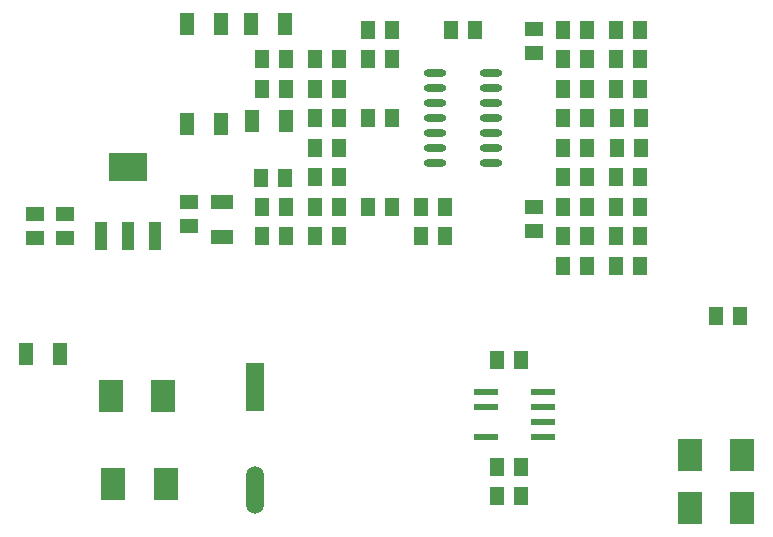
<source format=gtp>
G04 Layer_Color=8421504*
%FSLAX44Y44*%
%MOMM*%
G71*
G01*
G75*
%ADD10R,1.6002X1.2700*%
%ADD11R,1.2700X1.6002*%
%ADD12R,1.3000X1.8500*%
%ADD13R,2.1590X2.7430*%
%ADD14R,1.8500X1.3000*%
%ADD15O,1.9000X0.6000*%
%ADD16R,1.5000X4.0640*%
%ADD17O,1.5000X4.0640*%
%ADD18R,2.0000X0.6000*%
%ADD19R,1.0000X2.4000*%
%ADD20R,3.3000X2.4000*%
D10*
X475880Y410000D02*
D03*
Y430320D02*
D03*
X53340Y274320D02*
D03*
Y254000D02*
D03*
X78740Y274320D02*
D03*
Y254000D02*
D03*
X184150Y264160D02*
D03*
Y284480D02*
D03*
X475880Y280160D02*
D03*
Y259840D02*
D03*
D11*
X566040Y430000D02*
D03*
X545720D02*
D03*
X629920Y187960D02*
D03*
X650240D02*
D03*
X444840Y60000D02*
D03*
X465160D02*
D03*
X465160Y35000D02*
D03*
X444840D02*
D03*
X444840Y150000D02*
D03*
X465160D02*
D03*
X545720Y405000D02*
D03*
X566040D02*
D03*
X545880Y355000D02*
D03*
X566200D02*
D03*
X265430Y304800D02*
D03*
X245110D02*
D03*
X521200Y405000D02*
D03*
X500880D02*
D03*
X566040Y380000D02*
D03*
X545720D02*
D03*
X500720Y430000D02*
D03*
X521040D02*
D03*
X521040Y380000D02*
D03*
X500720D02*
D03*
X566200Y330000D02*
D03*
X545880D02*
D03*
X521040Y355000D02*
D03*
X500720D02*
D03*
X500720Y230000D02*
D03*
X521040D02*
D03*
X520880Y280000D02*
D03*
X500560D02*
D03*
X566040Y230000D02*
D03*
X545720D02*
D03*
X500720Y255000D02*
D03*
X521040D02*
D03*
X520880Y305000D02*
D03*
X500560D02*
D03*
X566040Y280000D02*
D03*
X545720D02*
D03*
X521040Y330000D02*
D03*
X500720D02*
D03*
X335720Y280000D02*
D03*
X356040D02*
D03*
X380720Y255000D02*
D03*
X401040D02*
D03*
X290720Y280000D02*
D03*
X311040D02*
D03*
X380720D02*
D03*
X401040D02*
D03*
X290720Y305000D02*
D03*
X311040D02*
D03*
X245560Y280000D02*
D03*
X265880D02*
D03*
X290720Y330000D02*
D03*
X311040D02*
D03*
X335720Y405000D02*
D03*
X356040D02*
D03*
X335720Y430000D02*
D03*
X356040D02*
D03*
X290720Y405000D02*
D03*
X311040D02*
D03*
X405880Y430000D02*
D03*
X426200D02*
D03*
X290880Y380000D02*
D03*
X311200D02*
D03*
X290720Y355000D02*
D03*
X311040D02*
D03*
X545720Y255000D02*
D03*
X566040D02*
D03*
X545720Y305000D02*
D03*
X566040D02*
D03*
X290720Y255000D02*
D03*
X311040D02*
D03*
X266040Y405000D02*
D03*
X245720D02*
D03*
X265880Y380000D02*
D03*
X245560D02*
D03*
X356040Y355000D02*
D03*
X335720D02*
D03*
X245560Y255000D02*
D03*
X265880D02*
D03*
D12*
X75000Y155000D02*
D03*
X46000D02*
D03*
X236380Y435000D02*
D03*
X265380D02*
D03*
X181880D02*
D03*
X210880D02*
D03*
X236960Y353060D02*
D03*
X265960D02*
D03*
X181880Y350000D02*
D03*
X210880D02*
D03*
D13*
X607900Y70000D02*
D03*
X652100D02*
D03*
X607900Y25000D02*
D03*
X652100D02*
D03*
X162100Y120000D02*
D03*
X117900D02*
D03*
X120000Y45000D02*
D03*
X164200D02*
D03*
D14*
X212090Y254740D02*
D03*
Y283740D02*
D03*
D15*
X439380Y316900D02*
D03*
Y329600D02*
D03*
Y342300D02*
D03*
Y355000D02*
D03*
Y367700D02*
D03*
Y380400D02*
D03*
Y393100D02*
D03*
X392380Y316900D02*
D03*
Y329600D02*
D03*
Y342300D02*
D03*
Y355000D02*
D03*
Y367700D02*
D03*
Y380400D02*
D03*
Y393100D02*
D03*
D16*
X240000Y127630D02*
D03*
D17*
Y40000D02*
D03*
D18*
X435000Y123100D02*
D03*
Y110400D02*
D03*
Y85000D02*
D03*
X484000Y123100D02*
D03*
Y110400D02*
D03*
Y97700D02*
D03*
Y85000D02*
D03*
D19*
X109080Y255480D02*
D03*
X132080Y255480D02*
D03*
X155080Y255480D02*
D03*
D20*
X132080Y313480D02*
D03*
M02*

</source>
